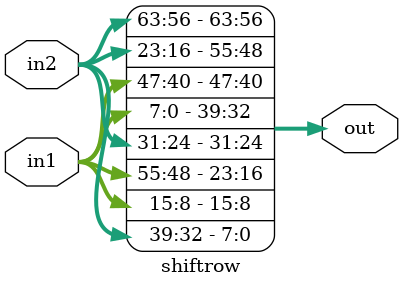
<source format=sv>
module shiftrow(in1,in2,out);
	input [63:0]in1,in2;
	output [63:0]out;

        assign  out[7:0] = in2[39:32];
        assign  out[15:8] = in1[15:8];
        assign  out[23:16] = in1[55:48];
        assign  out[31:24] = in2[31:24];
        assign  out[39:32] = in1[7:0];
        assign  out[47:40] = in1[47:40];
        assign  out[55:48] = in2[23:16];
        assign  out[63:56] = in2[63:56];
endmodule



</source>
